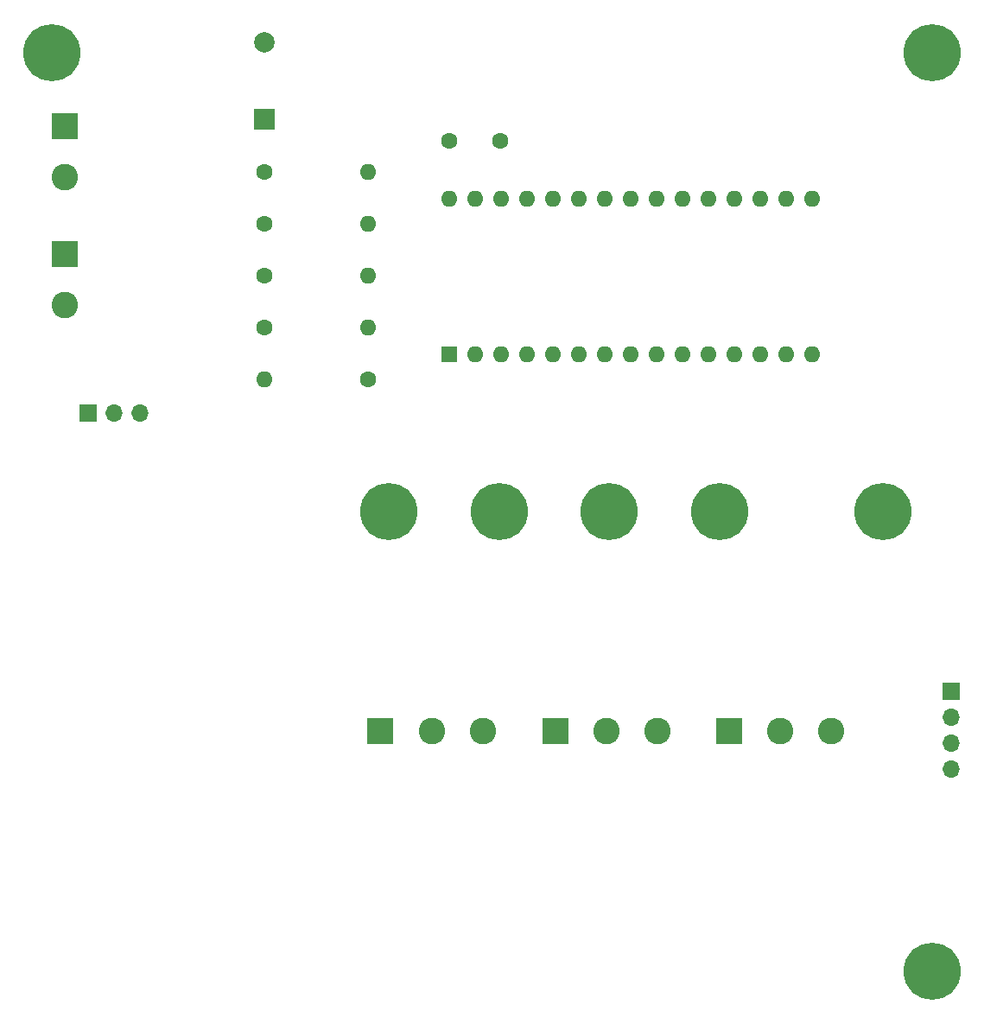
<source format=gbr>
%TF.GenerationSoftware,KiCad,Pcbnew,(6.0.5)*%
%TF.CreationDate,2022-06-12T16:25:33+02:00*%
%TF.ProjectId,dewpoint-pcb,64657770-6f69-46e7-942d-7063622e6b69,1.0*%
%TF.SameCoordinates,Original*%
%TF.FileFunction,Soldermask,Bot*%
%TF.FilePolarity,Negative*%
%FSLAX46Y46*%
G04 Gerber Fmt 4.6, Leading zero omitted, Abs format (unit mm)*
G04 Created by KiCad (PCBNEW (6.0.5)) date 2022-06-12 16:25:33*
%MOMM*%
%LPD*%
G01*
G04 APERTURE LIST*
%ADD10C,1.600000*%
%ADD11O,1.600000X1.600000*%
%ADD12C,5.600000*%
%ADD13R,1.700000X1.700000*%
%ADD14O,1.700000X1.700000*%
%ADD15R,2.000000X2.000000*%
%ADD16C,2.000000*%
%ADD17R,2.600000X2.600000*%
%ADD18C,2.600000*%
%ADD19R,1.600000X1.600000*%
G04 APERTURE END LIST*
D10*
%TO.C,R2*%
X67840000Y-55760000D03*
D11*
X78000000Y-55760000D03*
%TD*%
D12*
%TO.C,*%
X133250000Y-129000000D03*
%TD*%
D10*
%TO.C,R5*%
X67840000Y-60840000D03*
D11*
X78000000Y-60840000D03*
%TD*%
D12*
%TO.C,*%
X101610000Y-84000000D03*
%TD*%
%TO.C,*%
X128410000Y-84000000D03*
%TD*%
D13*
%TO.C,J5*%
X135128000Y-101600000D03*
D14*
X135128000Y-104140000D03*
X135128000Y-106680000D03*
X135128000Y-109220000D03*
%TD*%
D15*
%TO.C,C1*%
X67818000Y-45527677D03*
D16*
X67818000Y-38027677D03*
%TD*%
D12*
%TO.C,*%
X46990000Y-39000000D03*
%TD*%
%TO.C,*%
X133250000Y-39000000D03*
%TD*%
%TO.C,*%
X112410000Y-84000000D03*
%TD*%
D17*
%TO.C,J7*%
X79184000Y-105461000D03*
D18*
X84184000Y-105461000D03*
X89184000Y-105461000D03*
%TD*%
D19*
%TO.C,A1*%
X85950000Y-68570000D03*
D11*
X88490000Y-68570000D03*
X91030000Y-68570000D03*
X93570000Y-68570000D03*
X96110000Y-68570000D03*
X98650000Y-68570000D03*
X101190000Y-68570000D03*
X103730000Y-68570000D03*
X106270000Y-68570000D03*
X108810000Y-68570000D03*
X111350000Y-68570000D03*
X113890000Y-68570000D03*
X116430000Y-68570000D03*
X118970000Y-68570000D03*
X121510000Y-68570000D03*
X121510000Y-53330000D03*
X118970000Y-53330000D03*
X116430000Y-53330000D03*
X113890000Y-53330000D03*
X111350000Y-53330000D03*
X108810000Y-53330000D03*
X106270000Y-53330000D03*
X103730000Y-53330000D03*
X101190000Y-53330000D03*
X98650000Y-53330000D03*
X96110000Y-53330000D03*
X93570000Y-53330000D03*
X91030000Y-53330000D03*
X88490000Y-53330000D03*
X85950000Y-53330000D03*
%TD*%
D17*
%TO.C,J3*%
X96364000Y-105461000D03*
D18*
X101364000Y-105461000D03*
X106364000Y-105461000D03*
%TD*%
D13*
%TO.C,J2*%
X50561000Y-74340000D03*
D14*
X53101000Y-74340000D03*
X55641000Y-74340000D03*
%TD*%
D10*
%TO.C,R3*%
X67840000Y-65920000D03*
D11*
X78000000Y-65920000D03*
%TD*%
D12*
%TO.C,REF\u002A\u002A*%
X90810000Y-84000000D03*
%TD*%
%TO.C,REF\u002A\u002A*%
X80010000Y-84000000D03*
%TD*%
D17*
%TO.C,J1*%
X48260000Y-46228000D03*
D18*
X48260000Y-51228000D03*
%TD*%
D17*
%TO.C,J4*%
X113364000Y-105461000D03*
D18*
X118364000Y-105461000D03*
X123364000Y-105461000D03*
%TD*%
D10*
%TO.C,R4*%
X78000000Y-71000000D03*
D11*
X67840000Y-71000000D03*
%TD*%
D10*
%TO.C,C2*%
X90892000Y-47625000D03*
X85892000Y-47625000D03*
%TD*%
D17*
%TO.C,J6*%
X48260000Y-58714000D03*
D18*
X48260000Y-63714000D03*
%TD*%
D10*
%TO.C,R1*%
X67840000Y-50680000D03*
D11*
X78000000Y-50680000D03*
%TD*%
M02*

</source>
